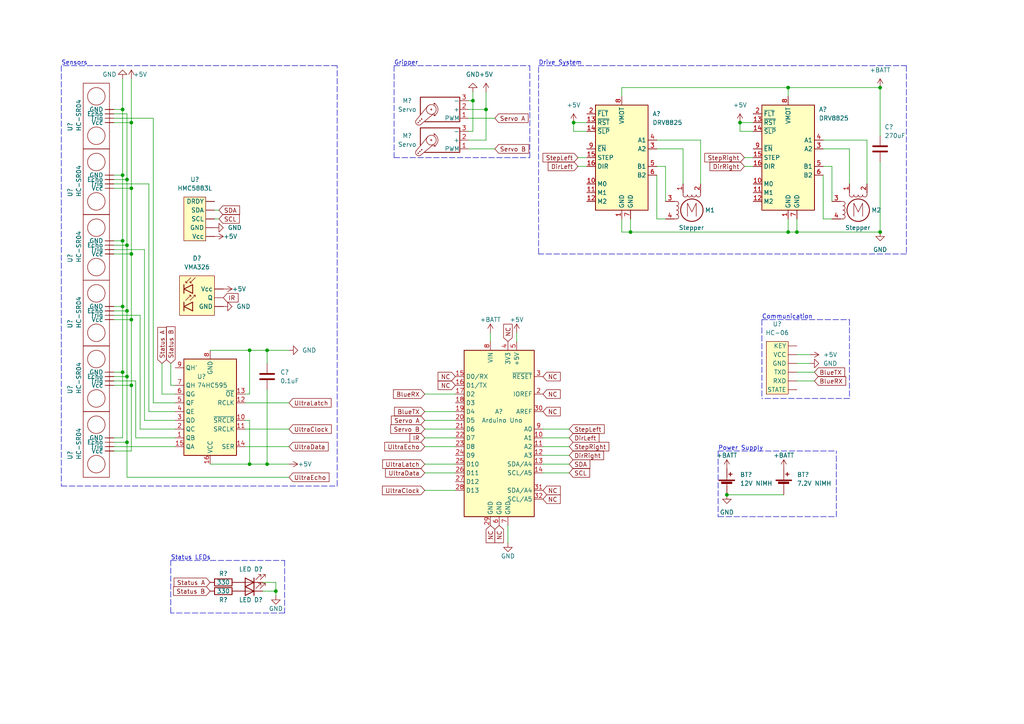
<source format=kicad_sch>
(kicad_sch (version 20211123) (generator eeschema)
  (paper "A4")
  (title_block (title "Robot General Schematic") (date "October 18, 2023") (rev "1"))
  (lib_symbols
    (symbol "+BATT_1" (power) (pin_names (offset 0))
      (property "Value" "+BATT_1" (at 0 5.08 0))
      (symbol "+BATT_1_0_1"
        (polyline (pts (xy -0.762 1.27) (xy 0 2.54)))
        (polyline (pts (xy 0 0) (xy 0 2.54)))
        (polyline (pts (xy 0 2.54) (xy 0.762 1.27)))
      )
      (symbol "+BATT_1_1_1"
        (pin power_in line (at 0 0 90) (length 0) hide (name "+BATT") (number "1"))
      )
    )
    (symbol "74xx:74HC595"
      (property "Reference" "U" (at -7.62 13.97 0))
      (property "Value" "74HC595" (at -7.62 -16.51 0))
      (symbol "74HC595_1_0"
        (pin tri_state line (at 10.16 7.62 180) (length 2.54) (name "QB") (number "1"))
        (pin input line (at -10.16 2.54 0) (length 2.54) (name "~{SRCLR}") (number "10"))
        (pin input line (at -10.16 5.08 0) (length 2.54) (name "SRCLK") (number "11"))
        (pin input line (at -10.16 -2.54 0) (length 2.54) (name "RCLK") (number "12"))
        (pin input line (at -10.16 -5.08 0) (length 2.54) (name "~{OE}") (number "13"))
        (pin input line (at -10.16 10.16 0) (length 2.54) (name "SER") (number "14"))
        (pin tri_state line (at 10.16 10.16 180) (length 2.54) (name "QA") (number "15"))
        (pin power_in line (at 0 15.24 270) (length 2.54) (name "VCC") (number "16"))
        (pin tri_state line (at 10.16 5.08 180) (length 2.54) (name "QC") (number "2"))
        (pin tri_state line (at 10.16 2.54 180) (length 2.54) (name "QD") (number "3"))
        (pin tri_state line (at 10.16 0 180) (length 2.54) (name "QE") (number "4"))
        (pin tri_state line (at 10.16 -2.54 180) (length 2.54) (name "QF") (number "5"))
        (pin tri_state line (at 10.16 -5.08 180) (length 2.54) (name "QG") (number "6"))
        (pin tri_state line (at 10.16 -7.62 180) (length 2.54) (name "QH") (number "7"))
        (pin power_in line (at 0 -17.78 90) (length 2.54) (name "GND") (number "8"))
        (pin output line (at 10.16 -12.7 180) (length 2.54) (name "QH'") (number "9"))
      )
      (symbol "74HC595_1_1"
        (rectangle (start -7.62 12.7) (end 7.62 -15.24) (stroke (width 0.254)) (fill (type background)))
      )
    )
    (symbol "Device:Battery_Cell" (pin_numbers hide) (pin_names (offset 0) hide)
      (property "Reference" "BT" (at 2.54 2.54 0))
      (property "Value" "Battery_Cell" (at 2.54 0 0))
      (symbol "Battery_Cell_0_1"
        (rectangle (start -2.286 1.778) (end 2.286 1.524) (fill (type outline)))
        (rectangle (start -1.5748 1.1938) (end 1.4732 0.6858) (fill (type outline)))
        (polyline (pts (xy 0 0.762) (xy 0 0)))
        (polyline (pts (xy 0 1.778) (xy 0 2.54)))
        (polyline (pts (xy 0.508 3.429) (xy 1.524 3.429)) (stroke (width 0.254)))
        (polyline (pts (xy 1.016 3.937) (xy 1.016 2.921)) (stroke (width 0.254)))
      )
      (symbol "Battery_Cell_1_1"
        (pin passive line (at 0 5.08 270) (length 2.54) (name "+") (number "1"))
        (pin passive line (at 0 -2.54 90) (length 2.54) (name "-") (number "2"))
      )
    )
    (symbol "Device:C" (pin_numbers hide) (pin_names (offset 0.254))
      (property "Reference" "C" (at 0.635 2.54 0))
      (property "Value" "C" (at 0.635 -2.54 0))
      (symbol "C_0_1"
        (polyline (pts (xy -2.032 -0.762) (xy 2.032 -0.762)) (stroke (width 0.508)))
        (polyline (pts (xy -2.032 0.762) (xy 2.032 0.762)) (stroke (width 0.508)))
      )
      (symbol "C_1_1"
        (pin passive line (at 0 3.81 270) (length 2.794) (name "~") (number "1"))
        (pin passive line (at 0 -3.81 90) (length 2.794) (name "~") (number "2"))
      )
    )
    (symbol "Device:LED" (pin_numbers hide) (pin_names (offset 1.016) hide)
      (property "Reference" "D" (at 0 2.54 0))
      (property "Value" "LED" (at 0 -2.54 0))
      (symbol "LED_0_1"
        (polyline (pts (xy -1.27 -1.27) (xy -1.27 1.27)) (stroke (width 0.254)))
        (polyline (pts (xy -1.27 0) (xy 1.27 0)))
        (polyline (pts (xy 1.27 -1.27) (xy 1.27 1.27) (xy -1.27 0) (xy 1.27 -1.27)) (stroke (width 0.254)))
        (polyline (pts (xy -3.048 -0.762) (xy -4.572 -2.286) (xy -3.81 -2.286) (xy -4.572 -2.286) (xy -4.572 -1.524)))
        (polyline (pts (xy -1.778 -0.762) (xy -3.302 -2.286) (xy -2.54 -2.286) (xy -3.302 -2.286) (xy -3.302 -1.524)))
      )
      (symbol "LED_1_1"
        (pin passive line (at -3.81 0 0) (length 2.54) (name "K") (number "1"))
        (pin passive line (at 3.81 0 180) (length 2.54) (name "A") (number "2"))
      )
    )
    (symbol "Device:R" (pin_numbers hide) (pin_names (offset 0))
      (property "Reference" "R" (at 2.032 0 90))
      (property "Value" "R" (at 0 0 90))
      (symbol "R_0_1"
        (rectangle (start -1.016 -2.54) (end 1.016 2.54) (stroke (width 0.254)))
      )
      (symbol "R_1_1"
        (pin passive line (at 0 3.81 270) (length 1.27) (name "~") (number "1"))
        (pin passive line (at 0 -3.81 90) (length 1.27) (name "~") (number "2"))
      )
    )
    (symbol "Device:VMA326" (pin_numbers hide)
      (property "Reference" "D" (at -3.81 8.89 0))
      (property "Value" "VMA326" (at 0 6.35 0))
      (symbol "VMA326_0_1"
        (rectangle (start -3.81 5.08) (end 6.35 -6.35) (fill (type background)))
        (polyline (pts (xy -2.54 -2.54) (xy -2.54 -5.08)) (stroke (width 0.254)))
        (polyline (pts (xy -2.54 2.54) (xy -2.54 0)) (stroke (width 0.254)))
        (polyline (pts (xy -2.032 3.048) (xy -1.524 3.048)))
        (polyline (pts (xy 0.762 -0.508) (xy 0.254 -0.508)))
        (polyline (pts (xy -0.762 -2.032) (xy 0.762 -0.508) (xy 0.762 -1.016)))
        (polyline (pts (xy -0.508 4.572) (xy -2.032 3.048) (xy -2.032 3.556)))
        (polyline (pts (xy 0 -5.08) (xy 0 -2.54) (xy -2.54 -3.81) (xy 0 -5.08)) (stroke (width 0.254)))
        (polyline (pts (xy 0 0) (xy 0 2.54) (xy -2.54 1.27) (xy 0 0)) (stroke (width 0.254)))
        (polyline (pts (xy -2.032 -2.032) (xy -0.508 -0.508) (xy -0.508 -1.016) (xy -0.508 -0.508) (xy -1.016 -0.508)))
        (polyline (pts (xy 0.762 4.572) (xy -0.762 3.048) (xy -0.762 3.556) (xy -0.762 3.048) (xy -0.254 3.048)))
      )
      (symbol "VMA326_1_1"
        (pin input line (at 8.89 -3.81 180) (length 2.54) (name "GND") (number ""))
        (pin output line (at 8.89 -1.27 180) (length 2.54) (name "Q") (number ""))
        (pin input line (at 8.89 1.27 180) (length 2.54) (name "Vcc") (number ""))
      )
    )
    (symbol "Driver_Motor:Pololu_Breakout_DRV8825"
      (property "Reference" "A" (at -2.54 16.51 0))
      (property "Value" "Pololu_Breakout_DRV8825" (at -2.54 13.97 0))
      (symbol "Pololu_Breakout_DRV8825_0_1"
        (rectangle (start 7.62 -17.78) (end -7.62 12.7) (stroke (width 0.254)) (fill (type background)))
      )
      (symbol "Pololu_Breakout_DRV8825_1_1"
        (pin power_in line (at 0 -20.32 90) (length 2.54) (name "GND") (number "1"))
        (pin input line (at -10.16 -10.16 0) (length 2.54) (name "M0") (number "10"))
        (pin input line (at -10.16 -12.7 0) (length 2.54) (name "M1") (number "11"))
        (pin input line (at -10.16 -15.24 0) (length 2.54) (name "M2") (number "12"))
        (pin input line (at -10.16 7.62 0) (length 2.54) (name "~{RST}") (number "13"))
        (pin input line (at -10.16 5.08 0) (length 2.54) (name "~{SLP}") (number "14"))
        (pin input line (at -10.16 -2.54 0) (length 2.54) (name "STEP") (number "15"))
        (pin input line (at -10.16 -5.08 0) (length 2.54) (name "DIR") (number "16"))
        (pin output line (at -10.16 10.16 0) (length 2.54) (name "~{FLT}") (number "2"))
        (pin output line (at 10.16 0 180) (length 2.54) (name "A2") (number "3"))
        (pin output line (at 10.16 2.54 180) (length 2.54) (name "A1") (number "4"))
        (pin output line (at 10.16 -5.08 180) (length 2.54) (name "B1") (number "5"))
        (pin output line (at 10.16 -7.62 180) (length 2.54) (name "B2") (number "6"))
        (pin power_in line (at 2.54 -20.32 90) (length 2.54) (name "GND") (number "7"))
        (pin power_in line (at 0 15.24 270) (length 2.54) (name "VMOT") (number "8"))
        (pin input line (at -10.16 0 0) (length 2.54) (name "~{EN}") (number "9"))
      )
    )
    (symbol "MCU_Module:Arduino_UNO_R3"
      (property "Reference" "A" (at -10.16 23.495 0))
      (property "Value" "Arduino_UNO_R3" (at 5.08 -26.67 0))
      (symbol "Arduino_UNO_R3_0_1"
        (rectangle (start -10.16 22.86) (end 10.16 -25.4) (stroke (width 0.254)) (fill (type background)))
      )
      (symbol "Arduino_UNO_R3_1_1"
        (pin no_connect line (at -10.16 -20.32 0) (length 2.54) hide (name "NC") (number "1"))
        (pin bidirectional line (at 12.7 -2.54 180) (length 2.54) (name "A1") (number "10"))
        (pin bidirectional line (at 12.7 -5.08 180) (length 2.54) (name "A2") (number "11"))
        (pin bidirectional line (at 12.7 -7.62 180) (length 2.54) (name "A3") (number "12"))
        (pin bidirectional line (at 12.7 -10.16 180) (length 2.54) (name "SDA/A4") (number "13"))
        (pin bidirectional line (at 12.7 -12.7 180) (length 2.54) (name "SCL/A5") (number "14"))
        (pin bidirectional line (at -12.7 15.24 0) (length 2.54) (name "D0/RX") (number "15"))
        (pin bidirectional line (at -12.7 12.7 0) (length 2.54) (name "D1/TX") (number "16"))
        (pin bidirectional line (at -12.7 10.16 0) (length 2.54) (name "D2") (number "17"))
        (pin bidirectional line (at -12.7 7.62 0) (length 2.54) (name "D3") (number "18"))
        (pin bidirectional line (at -12.7 5.08 0) (length 2.54) (name "D4") (number "19"))
        (pin output line (at 12.7 10.16 180) (length 2.54) (name "IOREF") (number "2"))
        (pin bidirectional line (at -12.7 2.54 0) (length 2.54) (name "D5") (number "20"))
        (pin bidirectional line (at -12.7 0 0) (length 2.54) (name "D6") (number "21"))
        (pin bidirectional line (at -12.7 -2.54 0) (length 2.54) (name "D7") (number "22"))
        (pin bidirectional line (at -12.7 -5.08 0) (length 2.54) (name "D8") (number "23"))
        (pin bidirectional line (at -12.7 -7.62 0) (length 2.54) (name "D9") (number "24"))
        (pin bidirectional line (at -12.7 -10.16 0) (length 2.54) (name "D10") (number "25"))
        (pin bidirectional line (at -12.7 -12.7 0) (length 2.54) (name "D11") (number "26"))
        (pin bidirectional line (at -12.7 -15.24 0) (length 2.54) (name "D12") (number "27"))
        (pin bidirectional line (at -12.7 -17.78 0) (length 2.54) (name "D13") (number "28"))
        (pin power_in line (at -2.54 -27.94 90) (length 2.54) (name "GND") (number "29"))
        (pin input line (at 12.7 15.24 180) (length 2.54) (name "~{RESET}") (number "3"))
        (pin input line (at 12.7 5.08 180) (length 2.54) (name "AREF") (number "30"))
        (pin bidirectional line (at 12.7 -17.78 180) (length 2.54) (name "SDA/A4") (number "31"))
        (pin bidirectional line (at 12.7 -20.32 180) (length 2.54) (name "SCL/A5") (number "32"))
        (pin power_out line (at 2.54 25.4 270) (length 2.54) (name "3V3") (number "4"))
        (pin power_out line (at 5.08 25.4 270) (length 2.54) (name "+5V") (number "5"))
        (pin power_in line (at 0 -27.94 90) (length 2.54) (name "GND") (number "6"))
        (pin power_in line (at 2.54 -27.94 90) (length 2.54) (name "GND") (number "7"))
        (pin power_in line (at -2.54 25.4 270) (length 2.54) (name "VIN") (number "8"))
        (pin bidirectional line (at 12.7 0 180) (length 2.54) (name "A0") (number "9"))
      )
    )
    (symbol "Motor:Motor_Servo" (pin_names (offset 0.0254))
      (property "Reference" "M" (at -5.08 4.445 0))
      (property "Value" "Motor_Servo" (at -5.08 -4.064 0))
      (symbol "Motor_Servo_0_1"
        (polyline (pts (xy 2.413 -1.778) (xy 2.032 -1.778)))
        (polyline (pts (xy 2.413 -1.778) (xy 2.286 -1.397)))
        (polyline (pts (xy 2.413 1.778) (xy 1.905 1.778)))
        (polyline (pts (xy 2.413 1.778) (xy 2.286 1.397)))
        (polyline (pts (xy 6.35 4.445) (xy 2.54 1.27)))
        (polyline (pts (xy 7.62 3.175) (xy 4.191 -1.016)))
        (polyline (pts (xy 5.08 3.556) (xy -5.08 3.556) (xy -5.08 -3.556) (xy 6.35 -3.556) (xy 6.35 1.524)) (stroke (width 0.254)))
        (arc (start 2.413 1.778) (mid 1.2406 0) (end 2.413 -1.778))
        (circle (center 3.175 0) (radius 0.1778))
        (circle (center 3.175 0) (radius 1.4224))
        (circle (center 5.969 2.794) (radius 0.127))
        (circle (center 6.477 3.302) (radius 0.127))
        (circle (center 6.985 3.81) (radius 0.127))
        (arc (start 7.62 3.175) (mid 7.4485 4.2735) (end 6.35 4.445))
      )
      (symbol "Motor_Servo_1_1"
        (pin passive line (at -7.62 2.54 0) (length 2.54) (name "PWM") (number "1"))
        (pin passive line (at -7.62 0 0) (length 2.54) (name "+") (number "2"))
        (pin passive line (at -7.62 -2.54 0) (length 2.54) (name "-") (number "3"))
      )
    )
    (symbol "Motor:Stepper_Motor_bipolar" (pin_names (offset 0) hide)
      (property "Reference" "M" (at 3.81 2.54 0))
      (property "Value" "Stepper_Motor_bipolar" (at 3.81 1.27 0))
      (symbol "Stepper_Motor_bipolar_0_0"
        (polyline (pts (xy -1.27 -1.778) (xy -1.27 2.032) (xy 0 -0.508) (xy 1.27 2.032) (xy 1.27 -1.778)))
      )
      (symbol "Stepper_Motor_bipolar_0_1"
        (arc (start -4.445 -2.54) (mid -3.81 -1.905) (end -4.445 -1.27))
        (arc (start -4.445 -1.27) (mid -3.81 -0.635) (end -4.445 0))
        (arc (start -4.445 0) (mid -3.81 0.635) (end -4.445 1.27))
        (arc (start -4.445 1.27) (mid -3.81 1.905) (end -4.445 2.54))
        (arc (start -2.54 4.445) (mid -1.905 3.81) (end -1.27 4.445))
        (arc (start -1.27 4.445) (mid -0.635 3.81) (end 0 4.445))
        (polyline (pts (xy -5.08 -2.54) (xy -4.445 -2.54)))
        (polyline (pts (xy -5.08 2.54) (xy -4.445 2.54)))
        (polyline (pts (xy -2.54 5.08) (xy -2.54 4.445)))
        (polyline (pts (xy 2.54 5.08) (xy 2.54 4.445)))
        (circle (center 0 0) (radius 3.2512) (stroke (width 0.254)))
        (arc (start 0 4.445) (mid 0.635 3.81) (end 1.27 4.445))
        (arc (start 1.27 4.445) (mid 1.905 3.81) (end 2.54 4.445))
      )
      (symbol "Stepper_Motor_bipolar_1_1"
        (pin passive line (at -2.54 7.62 270) (length 2.54) (name "~") (number "1"))
        (pin passive line (at 2.54 7.62 270) (length 2.54) (name "-") (number "2"))
        (pin passive line (at -7.62 2.54 0) (length 2.54) (name "~") (number "3"))
        (pin passive line (at -7.62 -2.54 0) (length 2.54) (name "~") (number "4"))
      )
    )
    (symbol "RF_Module:HC-06"
      (property "Reference" "U" (at -3.81 1.27 0))
      (property "Value" "HC-06" (at -3.81 -1.27 0))
      (symbol "HC-06_0_1"
        (rectangle (start -3.81 -1.27) (end 2.54 -16.51) (fill (type background)))
      )
      (symbol "HC-06_1_1"
        (pin input line (at 5.08 -7.62 180) (length 2.54) (name "GND") (number ""))
        (pin input line (at 5.08 -2.54 180) (length 2.54) (name "KEY") (number ""))
        (pin input line (at 5.08 -12.7 180) (length 2.54) (name "RXD") (number ""))
        (pin output line (at 5.08 -15.24 180) (length 2.54) (name "STATE") (number ""))
        (pin output line (at 5.08 -10.16 180) (length 2.54) (name "TXD") (number ""))
        (pin input line (at 5.08 -5.08 180) (length 2.54) (name "VCC") (number ""))
      )
    )
    (symbol "Sensor:HC-SR04"
      (property "Reference" "U" (at 0 3.81 0))
      (property "Value" "HC-SR04" (at 0 5.08 0))
      (symbol "HC-SR04_0_1"
        (rectangle (start -10.16 3.81) (end 8.89 -3.81))
        (circle (center -6.35 0) (radius 2.54))
        (circle (center 5.08 0) (radius 2.54))
      )
      (symbol "HC-SR04_1_1"
        (pin input line (at 0 -5.08 90) (length 2.54) (name "Echo") (number ""))
        (pin input line (at 1.27 -5.08 90) (length 2.54) (name "GND") (number ""))
        (pin input line (at -1.27 -5.08 90) (length 2.54) (name "Trig") (number ""))
        (pin input line (at -2.54 -5.08 90) (length 2.54) (name "Vcc") (number ""))
      )
    )
    (symbol "Sensor:HMC5883L"
      (property "Reference" "U" (at -1.27 2.54 0))
      (property "Value" "HMC5883L" (at -1.27 0 0))
      (symbol "HMC5883L_0_1"
        (rectangle (start -1.27 0) (end 11.43 -6.35) (fill (type background)))
      )
      (symbol "HMC5883L_1_1"
        (pin input line (at 10.16 -8.89 90) (length 2.54) (name "DRDY") (number ""))
        (pin input line (at 2.54 -8.89 90) (length 2.54) (name "GND") (number ""))
        (pin input line (at 5.08 -8.89 90) (length 2.54) (name "SCL") (number ""))
        (pin input line (at 7.62 -8.89 90) (length 2.54) (name "SDA") (number ""))
        (pin input line (at 0 -8.89 90) (length 2.54) (name "Vcc") (number ""))
      )
    )
    (symbol "power:+5V" (power) (pin_names (offset 0))
      (property "Value" "+5V" (at 0 3.556 0))
      (symbol "+5V_0_1"
        (polyline (pts (xy -0.762 1.27) (xy 0 2.54)))
        (polyline (pts (xy 0 0) (xy 0 2.54)))
        (polyline (pts (xy 0 2.54) (xy 0.762 1.27)))
      )
      (symbol "+5V_1_1"
        (pin power_in line (at 0 0 90) (length 0) hide (name "+5V") (number "1"))
      )
    )
    (symbol "power:+BATT" (power) (pin_names (offset 0))
      (property "Value" "+7.2V" (at 0 5.08 0))
      (symbol "+BATT_0_1"
        (polyline (pts (xy -0.762 1.27) (xy 0 2.54)))
        (polyline (pts (xy 0 0) (xy 0 2.54)))
        (polyline (pts (xy 0 2.54) (xy 0.762 1.27)))
      )
      (symbol "+BATT_1_1"
        (pin power_in line (at 0 0 90) (length 0) hide (name "+BATT") (number "1"))
      )
    )
    (symbol "power:GND" (power) (pin_names (offset 0))
      (property "Value" "GND" (at 0 -3.81 0))
      (symbol "GND_0_1"
        (polyline (pts (xy 0 0) (xy 0 -1.27) (xy 1.27 -1.27) (xy 0 -2.54) (xy -1.27 -1.27) (xy 0 -1.27)))
      )
      (symbol "GND_1_1"
        (pin power_in line (at 0 0 270) (length 0) hide (name "GND") (number "1"))
      )
    )
  )
  (junction (at 36.83 52.07))
  (junction (at 35.56 107.95))
  (junction (at 38.1 73.66))
  (junction (at 228.6 25.4))
  (junction (at 38.1 111.76))
  (junction (at 38.1 35.56))
  (junction (at 38.1 54.61))
  (junction (at 35.56 69.85))
  (junction (at 77.47 134.62))
  (junction (at 137.16 29.21))
  (junction (at 80.01 171.45))
  (junction (at 35.56 50.8))
  (junction (at 182.88 67.31))
  (junction (at 228.6 67.31))
  (junction (at 214.63 35.56))
  (junction (at 140.97 31.75))
  (junction (at 231.14 67.31))
  (junction (at 77.47 101.6))
  (junction (at 210.82 143.51))
  (junction (at 35.56 88.9))
  (junction (at 36.83 128.27))
  (junction (at 35.56 31.75))
  (junction (at 36.83 71.12))
  (junction (at 72.39 134.62))
  (junction (at 38.1 92.71))
  (junction (at 36.83 90.17))
  (junction (at 255.27 25.4))
  (junction (at 36.83 109.22))
  (junction (at 72.39 101.6))
  (junction (at 255.27 67.31))
  (junction (at 166.37 35.56))
  (wire (pts (xy 76.2 168.91) (xy 80.01 168.91)))
  (wire (pts (xy 36.83 128.27) (xy 33.02 128.27)))
  (wire (pts (xy 36.83 52.07) (xy 36.83 33.02)))
  (wire (pts (xy 228.6 25.4) (xy 228.6 27.94)))
  (wire (pts (xy 231.14 67.31) (xy 255.27 67.31)))
  (wire (pts (xy 231.14 105.41) (xy 234.95 105.41)))
  (wire (pts (xy 135.89 31.75) (xy 140.97 31.75)))
  (wire (pts (xy 43.18 119.38) (xy 50.8 119.38)))
  (wire (pts (xy 135.89 29.21) (xy 137.16 29.21)))
  (wire (pts (xy 190.5 63.5) (xy 193.04 63.5)))
  (wire (pts (xy 36.83 128.27) (xy 36.83 138.43)))
  (wire (pts (xy 77.47 101.6) (xy 77.47 105.41)))
  (wire (pts (xy 228.6 67.31) (xy 231.14 67.31)))
  (polyline (pts (xy 262.89 19.05) (xy 262.89 73.66)))
  (wire (pts (xy 35.56 88.9) (xy 33.02 88.9)))
  (wire (pts (xy 33.02 127) (xy 35.56 127)))
  (wire (pts (xy 170.18 38.1) (xy 166.37 38.1)))
  (wire (pts (xy 165.1 127) (xy 157.48 127)))
  (wire (pts (xy 36.83 90.17) (xy 36.83 109.22)))
  (wire (pts (xy 210.82 143.51) (xy 227.33 143.51)))
  (wire (pts (xy 80.01 171.45) (xy 80.01 172.72)))
  (wire (pts (xy 50.8 114.3) (xy 46.99 114.3)))
  (wire (pts (xy 35.56 50.8) (xy 35.56 69.85)))
  (wire (pts (xy 238.76 63.5) (xy 241.3 63.5)))
  (wire (pts (xy 35.56 88.9) (xy 35.56 107.95)))
  (wire (pts (xy 38.1 35.56) (xy 33.02 35.56)))
  (wire (pts (xy 44.45 116.84) (xy 50.8 116.84)))
  (polyline (pts (xy 156.21 19.05) (xy 262.89 19.05)))
  (wire (pts (xy 231.14 67.31) (xy 231.14 63.5)))
  (wire (pts (xy 36.83 138.43) (xy 83.82 138.43)))
  (wire (pts (xy 180.34 67.31) (xy 182.88 67.31)))
  (polyline (pts (xy 220.98 92.71) (xy 220.98 115.57)))
  (wire (pts (xy 123.19 137.16) (xy 132.08 137.16)))
  (wire (pts (xy 46.99 114.3) (xy 46.99 105.41)))
  (wire (pts (xy 182.88 63.5) (xy 182.88 67.31)))
  (wire (pts (xy 147.32 157.48) (xy 147.32 152.4)))
  (wire (pts (xy 35.56 69.85) (xy 33.02 69.85)))
  (wire (pts (xy 39.37 127) (xy 50.8 127)))
  (wire (pts (xy 35.56 50.8) (xy 33.02 50.8)))
  (wire (pts (xy 193.04 48.26) (xy 190.5 48.26)))
  (wire (pts (xy 137.16 38.1) (xy 135.89 38.1)))
  (wire (pts (xy 35.56 127) (xy 35.56 107.95)))
  (wire (pts (xy 77.47 113.03) (xy 77.47 134.62)))
  (wire (pts (xy 72.39 134.62) (xy 77.47 134.62)))
  (wire (pts (xy 180.34 25.4) (xy 180.34 27.94)))
  (wire (pts (xy 255.27 46.99) (xy 255.27 67.31)))
  (wire (pts (xy 251.46 40.64) (xy 251.46 53.34)))
  (wire (pts (xy 215.9 48.26) (xy 218.44 48.26)))
  (wire (pts (xy 71.12 124.46) (xy 83.82 124.46)))
  (wire (pts (xy 135.89 43.18) (xy 143.51 43.18)))
  (wire (pts (xy 63.5 63.5) (xy 62.23 63.5)))
  (wire (pts (xy 135.89 34.29) (xy 143.51 34.29)))
  (polyline (pts (xy 156.21 73.66) (xy 156.21 19.05)))
  (polyline (pts (xy 97.79 140.97) (xy 97.79 19.05)))
  (wire (pts (xy 180.34 63.5) (xy 180.34 67.31)))
  (wire (pts (xy 165.1 129.54) (xy 157.48 129.54)))
  (wire (pts (xy 241.3 58.42) (xy 241.3 48.26)))
  (polyline (pts (xy 208.28 149.86) (xy 242.57 149.86)))
  (wire (pts (xy 50.8 111.76) (xy 49.53 111.76)))
  (polyline (pts (xy 242.57 149.86) (xy 242.57 130.81)))
  (polyline (pts (xy 153.67 45.72) (xy 153.67 19.05)))
  (wire (pts (xy 231.14 110.49) (xy 236.22 110.49)))
  (wire (pts (xy 246.38 53.34) (xy 246.38 43.18)))
  (wire (pts (xy 198.12 53.34) (xy 198.12 43.18)))
  (wire (pts (xy 140.97 31.75) (xy 140.97 40.64)))
  (wire (pts (xy 123.19 129.54) (xy 132.08 129.54)))
  (wire (pts (xy 33.02 72.39) (xy 41.91 72.39)))
  (polyline (pts (xy 246.38 92.71) (xy 246.38 115.57)))
  (wire (pts (xy 231.14 107.95) (xy 236.22 107.95)))
  (wire (pts (xy 142.24 96.52) (xy 142.24 99.06)))
  (wire (pts (xy 36.83 71.12) (xy 36.83 90.17)))
  (wire (pts (xy 76.2 171.45) (xy 80.01 171.45)))
  (wire (pts (xy 38.1 111.76) (xy 38.1 92.71)))
  (wire (pts (xy 180.34 25.4) (xy 228.6 25.4)))
  (wire (pts (xy 33.02 31.75) (xy 35.56 31.75)))
  (wire (pts (xy 255.27 25.4) (xy 255.27 39.37)))
  (wire (pts (xy 33.02 73.66) (xy 38.1 73.66)))
  (wire (pts (xy 41.91 121.92) (xy 50.8 121.92)))
  (wire (pts (xy 123.19 121.92) (xy 132.08 121.92)))
  (polyline (pts (xy 208.28 130.81) (xy 242.57 130.81)))
  (wire (pts (xy 62.23 60.96) (xy 63.5 60.96)))
  (wire (pts (xy 123.19 134.62) (xy 132.08 134.62)))
  (wire (pts (xy 215.9 45.72) (xy 218.44 45.72)))
  (polyline (pts (xy 246.38 115.57) (xy 220.98 115.57)))
  (wire (pts (xy 33.02 110.49) (xy 39.37 110.49)))
  (wire (pts (xy 241.3 48.26) (xy 238.76 48.26)))
  (wire (pts (xy 71.12 129.54) (xy 83.82 129.54)))
  (wire (pts (xy 228.6 25.4) (xy 255.27 25.4)))
  (wire (pts (xy 49.53 111.76) (xy 49.53 105.41)))
  (wire (pts (xy 35.56 22.86) (xy 35.56 31.75)))
  (wire (pts (xy 38.1 130.81) (xy 38.1 111.76)))
  (wire (pts (xy 182.88 67.31) (xy 228.6 67.31)))
  (polyline (pts (xy 220.98 92.71) (xy 246.38 92.71)))
  (wire (pts (xy 137.16 26.67) (xy 137.16 29.21)))
  (polyline (pts (xy 208.28 130.81) (xy 208.28 149.86)))
  (wire (pts (xy 228.6 63.5) (xy 228.6 67.31)))
  (wire (pts (xy 140.97 40.64) (xy 135.89 40.64)))
  (polyline (pts (xy 97.79 19.05) (xy 17.78 19.05)))
  (wire (pts (xy 71.12 121.92) (xy 72.39 121.92)))
  (wire (pts (xy 214.63 35.56) (xy 218.44 35.56)))
  (wire (pts (xy 33.02 111.76) (xy 38.1 111.76)))
  (wire (pts (xy 80.01 168.91) (xy 80.01 171.45)))
  (polyline (pts (xy 82.55 162.56) (xy 82.55 177.8)))
  (wire (pts (xy 149.86 96.52) (xy 149.86 99.06)))
  (wire (pts (xy 123.19 114.3) (xy 132.08 114.3)))
  (wire (pts (xy 165.1 137.16) (xy 157.48 137.16)))
  (wire (pts (xy 72.39 134.62) (xy 60.96 134.62)))
  (wire (pts (xy 166.37 35.56) (xy 170.18 35.56)))
  (wire (pts (xy 166.37 38.1) (xy 166.37 35.56)))
  (wire (pts (xy 72.39 114.3) (xy 71.12 114.3)))
  (wire (pts (xy 60.96 101.6) (xy 72.39 101.6)))
  (wire (pts (xy 35.56 107.95) (xy 33.02 107.95)))
  (wire (pts (xy 140.97 26.67) (xy 140.97 31.75)))
  (wire (pts (xy 238.76 40.64) (xy 251.46 40.64)))
  (polyline (pts (xy 17.78 140.97) (xy 97.79 140.97)))
  (wire (pts (xy 33.02 71.12) (xy 36.83 71.12)))
  (wire (pts (xy 165.1 132.08) (xy 157.48 132.08)))
  (wire (pts (xy 123.19 124.46) (xy 132.08 124.46)))
  (wire (pts (xy 190.5 50.8) (xy 190.5 63.5)))
  (wire (pts (xy 167.64 48.26) (xy 170.18 48.26)))
  (wire (pts (xy 33.02 92.71) (xy 38.1 92.71)))
  (wire (pts (xy 36.83 52.07) (xy 36.83 71.12)))
  (wire (pts (xy 246.38 43.18) (xy 238.76 43.18)))
  (wire (pts (xy 190.5 43.18) (xy 198.12 43.18)))
  (polyline (pts (xy 114.3 45.72) (xy 153.67 45.72)))
  (wire (pts (xy 38.1 73.66) (xy 38.1 54.61)))
  (wire (pts (xy 38.1 35.56) (xy 38.1 54.61)))
  (wire (pts (xy 35.56 31.75) (xy 35.56 50.8)))
  (wire (pts (xy 231.14 102.87) (xy 234.95 102.87)))
  (wire (pts (xy 33.02 91.44) (xy 40.64 91.44)))
  (wire (pts (xy 33.02 52.07) (xy 36.83 52.07)))
  (polyline (pts (xy 262.89 73.66) (xy 156.21 73.66)))
  (wire (pts (xy 167.64 45.72) (xy 170.18 45.72)))
  (wire (pts (xy 43.18 53.34) (xy 43.18 119.38)))
  (wire (pts (xy 33.02 109.22) (xy 36.83 109.22)))
  (polyline (pts (xy 49.53 177.8) (xy 49.53 162.56)))
  (wire (pts (xy 214.63 38.1) (xy 214.63 35.56)))
  (wire (pts (xy 33.02 34.29) (xy 44.45 34.29)))
  (wire (pts (xy 33.02 53.34) (xy 43.18 53.34)))
  (wire (pts (xy 238.76 50.8) (xy 238.76 63.5)))
  (wire (pts (xy 203.2 40.64) (xy 203.2 53.34)))
  (polyline (pts (xy 49.53 162.56) (xy 82.55 162.56)))
  (wire (pts (xy 72.39 121.92) (xy 72.39 134.62)))
  (wire (pts (xy 165.1 134.62) (xy 157.48 134.62)))
  (wire (pts (xy 38.1 22.86) (xy 38.1 35.56)))
  (wire (pts (xy 72.39 101.6) (xy 77.47 101.6)))
  (wire (pts (xy 33.02 54.61) (xy 38.1 54.61)))
  (wire (pts (xy 33.02 129.54) (xy 50.8 129.54)))
  (wire (pts (xy 41.91 72.39) (xy 41.91 121.92)))
  (wire (pts (xy 218.44 38.1) (xy 214.63 38.1)))
  (wire (pts (xy 137.16 29.21) (xy 137.16 38.1)))
  (wire (pts (xy 33.02 33.02) (xy 36.83 33.02)))
  (wire (pts (xy 165.1 124.46) (xy 157.48 124.46)))
  (wire (pts (xy 190.5 40.64) (xy 203.2 40.64)))
  (wire (pts (xy 33.02 130.81) (xy 38.1 130.81)))
  (wire (pts (xy 71.12 116.84) (xy 83.82 116.84)))
  (wire (pts (xy 38.1 92.71) (xy 38.1 73.66)))
  (polyline (pts (xy 17.78 19.05) (xy 17.78 140.97)))
  (wire (pts (xy 33.02 90.17) (xy 36.83 90.17)))
  (wire (pts (xy 123.19 142.24) (xy 132.08 142.24)))
  (wire (pts (xy 72.39 101.6) (xy 72.39 114.3)))
  (wire (pts (xy 123.19 119.38) (xy 132.08 119.38)))
  (wire (pts (xy 77.47 134.62) (xy 83.82 134.62)))
  (wire (pts (xy 39.37 110.49) (xy 39.37 127)))
  (polyline (pts (xy 114.3 19.05) (xy 153.67 19.05)))
  (wire (pts (xy 193.04 48.26) (xy 193.04 58.42)))
  (wire (pts (xy 40.64 124.46) (xy 50.8 124.46)))
  (wire (pts (xy 40.64 91.44) (xy 40.64 124.46)))
  (wire (pts (xy 123.19 127) (xy 132.08 127)))
  (wire (pts (xy 77.47 101.6) (xy 83.82 101.6)))
  (wire (pts (xy 35.56 69.85) (xy 35.56 88.9)))
  (polyline (pts (xy 82.55 177.8) (xy 49.53 177.8)))
  (wire (pts (xy 44.45 34.29) (xy 44.45 116.84)))
  (wire (pts (xy 36.83 109.22) (xy 36.83 128.27)))
  (polyline (pts (xy 114.3 19.05) (xy 114.3 45.72)))
  (text "Sensors" (at 17.78 19.05 0) (effects (font (size 1.27 1.27)) (justify left bottom)))
  (text "Status LEDs" (at 49.53 162.56 0) (effects (font (size 1.27 1.27)) (justify left bottom)))
  (text "Drive System" (at 156.21 19.05 0) (effects (font (size 1.27 1.27)) (justify left bottom)))
  (text "Power Supply" (at 208.28 130.81 0) (effects (font (size 1.27 1.27)) (justify left bottom)))
  (text "Communication" (at 220.98 92.71 0) (effects (font (size 1.27 1.27)) (justify left bottom)))
  (text "Gripper" (at 114.3 19.05 0) (effects (font (size 1.27 1.27)) (justify left bottom)))
  (global_label "UltraData" (shape input) (at 123.19 137.16 180) (property "Intersheet References" "${INTERSHEET_REFS}" (effects hide)))
  (global_label "StepLeft" (shape input) (at 165.1 124.46 0) (property "Intersheet References" "${INTERSHEET_REFS}" (effects hide)))
  (global_label "Servo B" (shape input) (at 143.51 43.18 0) (property "Intersheet References" "${INTERSHEET_REFS}" (effects hide)))
  (global_label "NC" (shape input) (at 157.48 144.78 0) (property "Intersheet References" "${INTERSHEET_REFS}" (effects hide)))
  (global_label "UltraLatch" (shape input) (at 123.19 134.62 180) (property "Intersheet References" "${INTERSHEET_REFS}" (effects hide)))
  (global_label "IR" (shape input) (at 64.77 86.36 0) (property "Intersheet References" "${INTERSHEET_REFS}" (effects hide)))
  (global_label "UltraLatch" (shape input) (at 83.82 116.84 0) (property "Intersheet References" "${INTERSHEET_REFS}" (effects hide)))
  (global_label "IR" (shape input) (at 123.19 127 180) (property "Intersheet References" "${INTERSHEET_REFS}" (effects hide)))
  (global_label "NC" (shape input) (at 144.78 152.4 270) (property "Intersheet References" "${INTERSHEET_REFS}" (effects hide)))
  (global_label "UltraEcho" (shape input) (at 83.82 138.43 0) (property "Intersheet References" "${INTERSHEET_REFS}" (effects hide)))
  (global_label "Servo B" (shape input) (at 123.19 124.46 180) (property "Intersheet References" "${INTERSHEET_REFS}" (effects hide)))
  (global_label "StepRight" (shape input) (at 165.1 129.54 0) (property "Intersheet References" "${INTERSHEET_REFS}" (effects hide)))
  (global_label "NC" (shape input) (at 132.08 111.76 180) (property "Intersheet References" "${INTERSHEET_REFS}" (effects hide)))
  (global_label "NC" (shape input) (at 157.48 142.24 0) (property "Intersheet References" "${INTERSHEET_REFS}" (effects hide)))
  (global_label "Status B" (shape input) (at 60.96 171.45 180) (property "Intersheet References" "${INTERSHEET_REFS}" (effects hide)))
  (global_label "Servo A" (shape input) (at 123.19 121.92 180) (property "Intersheet References" "${INTERSHEET_REFS}" (effects hide)))
  (global_label "NC" (shape input) (at 142.24 152.4 270) (property "Intersheet References" "${INTERSHEET_REFS}" (effects hide)))
  (global_label "SDA" (shape input) (at 63.5 60.96 0) (property "Intersheet References" "${INTERSHEET_REFS}" (effects hide)))
  (global_label "StepLeft" (shape input) (at 167.64 45.72 180) (property "Intersheet References" "${INTERSHEET_REFS}" (effects hide)))
  (global_label "Status B" (shape input) (at 49.53 105.41 90) (property "Intersheet References" "${INTERSHEET_REFS}" (effects hide)))
  (global_label "BlueRX" (shape input) (at 236.22 110.49 0) (property "Intersheet References" "${INTERSHEET_REFS}" (effects hide)))
  (global_label "NC" (shape input) (at 157.48 109.22 0) (property "Intersheet References" "${INTERSHEET_REFS}" (effects hide)))
  (global_label "UltraClock" (shape input) (at 83.82 124.46 0) (property "Intersheet References" "${INTERSHEET_REFS}" (effects hide)))
  (global_label "SCL" (shape input) (at 63.5 63.5 0) (property "Intersheet References" "${INTERSHEET_REFS}" (effects hide)))
  (global_label "Status A" (shape input) (at 60.96 168.91 180) (property "Intersheet References" "${INTERSHEET_REFS}" (effects hide)))
  (global_label "SDA" (shape input) (at 165.1 134.62 0) (property "Intersheet References" "${INTERSHEET_REFS}" (effects hide)))
  (global_label "UltraData" (shape input) (at 83.82 129.54 0) (property "Intersheet References" "${INTERSHEET_REFS}" (effects hide)))
  (global_label "NC" (shape input) (at 132.08 109.22 180) (property "Intersheet References" "${INTERSHEET_REFS}" (effects hide)))
  (global_label "DirRight" (shape input) (at 165.1 132.08 0) (property "Intersheet References" "${INTERSHEET_REFS}" (effects hide)))
  (global_label "Servo A" (shape input) (at 143.51 34.29 0) (property "Intersheet References" "${INTERSHEET_REFS}" (effects hide)))
  (global_label "BlueRX" (shape input) (at 123.19 114.3 180) (property "Intersheet References" "${INTERSHEET_REFS}" (effects hide)))
  (global_label "BlueTX" (shape input) (at 123.19 119.38 180) (property "Intersheet References" "${INTERSHEET_REFS}" (effects hide)))
  (global_label "DirLeft" (shape input) (at 167.64 48.26 180) (property "Intersheet References" "${INTERSHEET_REFS}" (effects hide)))
  (global_label "UltraEcho" (shape input) (at 123.19 129.54 180) (property "Intersheet References" "${INTERSHEET_REFS}" (effects hide)))
  (global_label "BlueTX" (shape input) (at 236.22 107.95 0) (property "Intersheet References" "${INTERSHEET_REFS}" (effects hide)))
  (global_label "NC" (shape input) (at 157.48 119.38 0) (property "Intersheet References" "${INTERSHEET_REFS}" (effects hide)))
  (global_label "Status A" (shape input) (at 46.99 105.41 90) (property "Intersheet References" "${INTERSHEET_REFS}" (effects hide)))
  (global_label "DirRight" (shape input) (at 215.9 48.26 180) (property "Intersheet References" "${INTERSHEET_REFS}" (effects hide)))
  (global_label "StepRight" (shape input) (at 215.9 45.72 180) (property "Intersheet References" "${INTERSHEET_REFS}" (effects hide)))
  (global_label "DirLeft" (shape input) (at 165.1 127 0) (property "Intersheet References" "${INTERSHEET_REFS}" (effects hide)))
  (global_label "SCL" (shape input) (at 165.1 137.16 0) (property "Intersheet References" "${INTERSHEET_REFS}" (effects hide)))
  (global_label "NC" (shape input) (at 157.48 114.3 0) (property "Intersheet References" "${INTERSHEET_REFS}" (effects hide)))
  (global_label "UltraClock" (shape input) (at 123.19 142.24 180) (property "Intersheet References" "${INTERSHEET_REFS}" (effects hide)))
  (global_label "NC" (shape input) (at 147.32 99.06 90) (property "Intersheet References" "${INTERSHEET_REFS}" (effects hide)))
  (symbol (lib_id "power:GND") (at 137.16 26.67 180) (unit 1)
    (property "Reference" "#PWR?" (effects hide))
    (property "Value" "GND" (at 137.16 21.59 0))
  )
  (symbol (lib_id "power:+5V") (at 38.1 22.86 0) (unit 1)
    (property "Reference" "#PWR?" (effects hide))
    (property "Value" "+5V" (at 40.64 21.59 0))
  )
  (symbol (lib_id "power:GND") (at 83.82 101.6 90) (unit 1)
    (property "Reference" "#PWR?" (effects hide))
    (property "Value" "GND" (at 87.63 101.5999 90) (effects (justify right)))
  )
  (symbol (lib_id "Sensor:HC-SR04") (at 27.94 128.27 90) (unit 1)
    (property "Reference" "U?" (at 20.32 133.35 0) (effects (justify left)))
    (property "Value" "HC-SR04" (at 22.86 133.35 0) (effects (justify left)))
  )
  (symbol (lib_id "power:GND") (at 35.56 22.86 180) (unit 1)
    (property "Reference" "#PWR?" (effects hide))
    (property "Value" "GND" (at 31.75 21.59 0))
  )
  (symbol (lib_id "power:GND") (at 80.01 172.72 0) (unit 1)
    (property "Reference" "#PWR?" (effects hide))
    (property "Value" "GND" (at 80.01 176.53 0))
  )
  (symbol (lib_id "Motor:Stepper_Motor_bipolar") (at 248.92 60.96 0) (unit 1)
    (property "Reference" "M2" (at 252.73 60.96 0) (effects (justify left)))
    (property "Value" "Stepper" (at 245.11 66.04 0) (effects (justify left)))
    (property "Datasheet" "http://www.infineon.com/dgdl/Application-Note-TLE8110EE_driving_UniPolarStepperMotor_V1.1.pdf?fileId=db3a30431be39b97011be5d0aa0a00b0" (effects hide))
  )
  (symbol (lib_name "+BATT_1") (lib_id "power:+BATT") (at 255.27 25.4 0) (unit 1)
    (property "Reference" "#PWR?" (effects hide))
    (property "Value" "+12V" (at 255.27 20.32 0))
  )
  (symbol (lib_id "Motor:Stepper_Motor_bipolar") (at 200.66 60.96 0) (unit 1)
    (property "Reference" "M1" (at 204.47 60.96 0) (effects (justify left)))
    (property "Value" "Stepper" (at 196.85 66.04 0) (effects (justify left)))
    (property "Datasheet" "http://www.infineon.com/dgdl/Application-Note-TLE8110EE_driving_UniPolarStepperMotor_V1.1.pdf?fileId=db3a30431be39b97011be5d0aa0a00b0" (effects hide))
  )
  (symbol (lib_id "Device:C") (at 255.27 43.18 0) (unit 1)
    (property "Reference" "C?" (at 256.54 36.83 0) (effects (justify left)))
    (property "Value" "270uF" (at 256.54 39.37 0) (effects (justify left)))
  )
  (symbol (lib_id "Sensor:HC-SR04") (at 27.94 90.17 90) (unit 1)
    (property "Reference" "U?" (at 20.32 95.25 0) (effects (justify left)))
    (property "Value" "HC-SR04" (at 22.86 95.25 0) (effects (justify left)))
  )
  (symbol (lib_id "power:+5V") (at 234.95 102.87 270) (unit 1)
    (property "Reference" "#PWR?" (effects hide))
    (property "Value" "+5V" (at 238.76 102.8699 90) (effects (justify left)))
  )
  (symbol (lib_id "power:+5V") (at 140.97 26.67 0) (unit 1)
    (property "Reference" "#PWR?" (effects hide))
    (property "Value" "+5V" (at 140.97 21.59 0))
  )
  (symbol (lib_id "power:GND") (at 255.27 67.31 0) (unit 1)
    (property "Reference" "#PWR?" (effects hide))
    (property "Value" "GND" (at 255.27 72.39 0))
  )
  (symbol (lib_id "Device:R") (at 64.77 171.45 90) (unit 1)
    (property "Reference" "R?" (at 64.77 173.99 90))
    (property "Value" "330" (at 64.77 168.91 90))
  )
  (symbol (lib_id "power:GND") (at 210.82 143.51 0) (unit 1)
    (property "Reference" "#PWR?" (effects hide))
    (property "Value" "GND" (at 210.82 148.59 0))
  )
  (symbol (lib_id "Device:LED") (at 72.39 171.45 180) (unit 1)
    (property "Reference" "D?" (at 74.93 173.99 0))
    (property "Value" "LED" (at 71.12 173.99 0))
  )
  (symbol (lib_id "Driver_Motor:Pololu_Breakout_DRV8825") (at 180.34 43.18 0) (unit 1)
    (property "Reference" "A?" (at 189.23 33.02 0) (effects (justify left)))
    (property "Value" "DRV8825" (at 189.23 35.56 0) (effects (justify left)))
    (property "Footprint" "Module:Pololu_Breakout-16_15.2x20.3mm" (effects hide))
    (property "Datasheet" "https://www.pololu.com/product/2982" (effects hide))
  )
  (symbol (lib_id "Sensor:HMC5883L") (at 53.34 68.58 90) (unit 1)
    (property "Reference" "U?" (at 56.515 52.07 90))
    (property "Value" "HMC5883L" (at 56.515 54.61 90))
  )
  (symbol (lib_id "power:+5V") (at 83.82 134.62 270) (unit 1)
    (property "Reference" "#PWR?" (effects hide))
    (property "Value" "+5V" (at 86.36 134.62 90) (effects (justify left)))
  )
  (symbol (lib_id "Device:VMA326") (at 55.88 85.09 0) (unit 1)
    (property "Reference" "D?" (at 57.15 74.93 0))
    (property "Value" "VMA326" (at 57.15 77.47 0))
  )
  (symbol (lib_id "Motor:Motor_Servo") (at 128.27 40.64 180) (unit 1)
    (property "Reference" "M?" (at 118.11 39.37 0))
    (property "Value" "Servo" (at 118.11 41.91 0))
    (property "Datasheet" "http://forums.parallax.com/uploads/attachments/46831/74481.png" (effects hide))
  )
  (symbol (lib_id "Sensor:HC-SR04") (at 27.94 33.02 90) (unit 1)
    (property "Reference" "U?" (at 20.32 38.1 0) (effects (justify left)))
    (property "Value" "HC-SR04" (at 22.86 38.1 0) (effects (justify left)))
  )
  (symbol (lib_id "power:GND") (at 147.32 157.48 0) (unit 1)
    (property "Reference" "#PWR?" (effects hide))
    (property "Value" "GND" (at 147.32 161.29 0))
  )
  (symbol (lib_id "power:GND") (at 64.77 88.9 90) (unit 1)
    (property "Reference" "#PWR?" (effects hide))
    (property "Value" "GND" (at 68.58 88.8999 90) (effects (justify right)))
  )
  (symbol (lib_id "power:+5V") (at 166.37 35.56 0) (unit 1)
    (property "Reference" "#PWR?" (effects hide))
    (property "Value" "+5V" (at 166.37 30.48 0))
  )
  (symbol (lib_id "Device:Battery_Cell") (at 227.33 140.97 0) (unit 1)
    (property "Reference" "BT?" (at 231.14 137.6679 0) (effects (justify left)))
    (property "Value" "7.2V NiMH" (at 231.14 140.2079 0) (effects (justify left)))
  )
  (symbol (lib_id "power:+BATT") (at 142.24 96.52 0) (unit 1)
    (property "Reference" "#PWR?" (effects hide))
    (property "Value" "+7.2V" (at 142.24 92.71 0))
  )
  (symbol (lib_id "MCU_Module:Arduino_UNO_R3") (at 144.78 124.46 0) (unit 1)
    (property "Reference" "A?" (at 143.51 119.38 0) (effects (justify left)))
    (property "Value" "Arduino Uno" (at 139.7 121.92 0) (effects (justify left)))
    (property "Footprint" "Module:Arduino_UNO_R3" (effects hide))
    (property "Datasheet" "https://www.arduino.cc/en/Main/arduinoBoardUno" (effects hide))
  )
  (symbol (lib_id "Sensor:HC-SR04") (at 27.94 71.12 90) (unit 1)
    (property "Reference" "U?" (at 20.32 76.2 0) (effects (justify left)))
    (property "Value" "HC-SR04" (at 22.86 76.2 0) (effects (justify left)))
  )
  (symbol (lib_id "Motor:Motor_Servo") (at 128.27 31.75 180) (unit 1)
    (property "Reference" "M?" (at 118.11 29.21 0))
    (property "Value" "Servo" (at 118.11 31.75 0))
    (property "Datasheet" "http://forums.parallax.com/uploads/attachments/46831/74481.png" (effects hide))
  )
  (symbol (lib_id "power:+5V") (at 149.86 96.52 0) (unit 1)
    (property "Reference" "#PWR?" (effects hide))
    (property "Value" "+5V" (at 149.86 92.71 0))
  )
  (symbol (lib_id "74xx:74HC595") (at 60.96 119.38 180) (unit 1)
    (property "Reference" "U?" (at 57.15 109.22 0) (effects (justify right)))
    (property "Value" "74HC595" (at 57.15 111.76 0) (effects (justify right)))
    (property "Datasheet" "http://www.ti.com/lit/ds/symlink/sn74hc595.pdf" (effects hide))
  )
  (symbol (lib_id "Sensor:HC-SR04") (at 27.94 52.07 90) (unit 1)
    (property "Reference" "U?" (at 20.32 57.15 0) (effects (justify left)))
    (property "Value" "HC-SR04" (at 22.86 57.15 0) (effects (justify left)))
  )
  (symbol (lib_id "power:+BATT") (at 227.33 135.89 0) (unit 1)
    (property "Reference" "#PWR?" (effects hide))
    (property "Value" "+7.2V" (at 227.33 132.08 0))
  )
  (symbol (lib_id "power:+5V") (at 214.63 35.56 0) (unit 1)
    (property "Reference" "#PWR?" (effects hide))
    (property "Value" "+5V" (at 214.63 30.48 0))
  )
  (symbol (lib_id "power:+5V") (at 62.23 68.58 270) (unit 1)
    (property "Reference" "#PWR?" (effects hide))
    (property "Value" "+5V" (at 64.77 68.58 90) (effects (justify left)))
  )
  (symbol (lib_name "+BATT_1") (lib_id "power:+BATT") (at 210.82 135.89 0) (unit 1)
    (property "Reference" "#PWR?" (effects hide))
    (property "Value" "+12V" (at 210.82 132.08 0))
  )
  (symbol (lib_id "Device:C") (at 77.47 109.22 0) (unit 1)
    (property "Reference" "C?" (at 81.28 107.9499 0) (effects (justify left)))
    (property "Value" "0.1uF" (at 81.28 110.4899 0) (effects (justify left)))
  )
  (symbol (lib_id "power:GND") (at 62.23 66.04 90) (unit 1)
    (property "Reference" "#PWR?" (effects hide))
    (property "Value" "GND" (at 66.04 66.0399 90) (effects (justify right)))
  )
  (symbol (lib_id "Device:Battery_Cell") (at 210.82 140.97 0) (unit 1)
    (property "Reference" "BT?" (at 214.63 137.6679 0) (effects (justify left)))
    (property "Value" "12V NiMH" (at 214.63 140.2079 0) (effects (justify left)))
  )
  (symbol (lib_id "power:GND") (at 234.95 105.41 90) (unit 1)
    (property "Reference" "#PWR?" (effects hide))
    (property "Value" "GND" (at 238.76 105.4099 90) (effects (justify right)))
  )
  (symbol (lib_id "Device:R") (at 64.77 168.91 90) (unit 1)
    (property "Reference" "R?" (at 64.77 166.37 90))
    (property "Value" "330" (at 64.77 171.45 90))
  )
  (symbol (lib_id "RF_Module:HC-06") (at 226.06 97.79 0) (unit 1)
    (property "Reference" "U?" (at 225.425 93.98 0))
    (property "Value" "HC-06" (at 225.425 96.52 0))
  )
  (symbol (lib_id "Device:LED") (at 72.39 168.91 180) (unit 1)
    (property "Reference" "D?" (at 74.93 165.1 0))
    (property "Value" "LED" (at 71.12 165.1 0))
  )
  (symbol (lib_id "Sensor:HC-SR04") (at 27.94 109.22 90) (unit 1)
    (property "Reference" "U?" (at 20.32 114.3 0) (effects (justify left)))
    (property "Value" "HC-SR04" (at 22.86 114.3 0) (effects (justify left)))
  )
  (symbol (lib_id "Driver_Motor:Pololu_Breakout_DRV8825") (at 228.6 43.18 0) (unit 1)
    (property "Reference" "A?" (at 237.49 31.75 0) (effects (justify left)))
    (property "Value" "DRV8825" (at 237.49 34.29 0) (effects (justify left)))
    (property "Footprint" "Module:Pololu_Breakout-16_15.2x20.3mm" (effects hide))
    (property "Datasheet" "https://www.pololu.com/product/2982" (effects hide))
  )
  (symbol (lib_id "power:+5V") (at 64.77 83.82 270) (unit 1)
    (property "Reference" "#PWR?" (effects hide))
    (property "Value" "+5V" (at 67.31 83.82 90) (effects (justify left)))
  )
)
</source>
